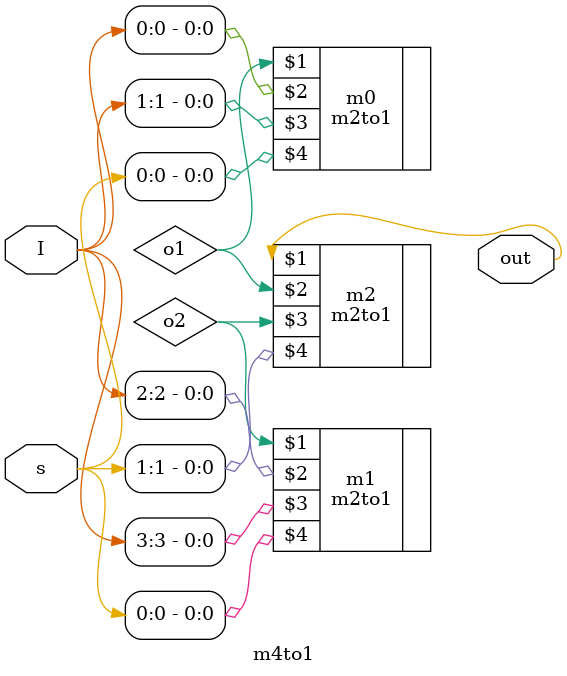
<source format=v>
module m4to1 (out, I, s);

	output out;
	input [3:0] I;
	input [1:0] s;
	
	wire o1, o2;
	
	m2to1 m0 (o1, I[0], I[1], s[0]);
	m2to1 m1 (o2, I[2], I[3], s[0]);
	m2to1 m2 (out, o1, o2, s[1]);

endmodule
</source>
